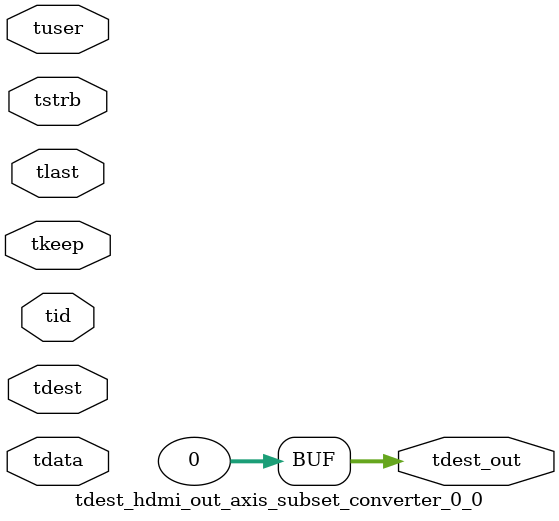
<source format=v>


`timescale 1ps/1ps

module tdest_hdmi_out_axis_subset_converter_0_0 #
(
parameter C_S_AXIS_TDATA_WIDTH = 32,
parameter C_S_AXIS_TUSER_WIDTH = 0,
parameter C_S_AXIS_TID_WIDTH   = 0,
parameter C_S_AXIS_TDEST_WIDTH = 0,
parameter C_M_AXIS_TDEST_WIDTH = 32
)
(
input  [(C_S_AXIS_TDATA_WIDTH == 0 ? 1 : C_S_AXIS_TDATA_WIDTH)-1:0     ] tdata,
input  [(C_S_AXIS_TUSER_WIDTH == 0 ? 1 : C_S_AXIS_TUSER_WIDTH)-1:0     ] tuser,
input  [(C_S_AXIS_TID_WIDTH   == 0 ? 1 : C_S_AXIS_TID_WIDTH)-1:0       ] tid,
input  [(C_S_AXIS_TDEST_WIDTH == 0 ? 1 : C_S_AXIS_TDEST_WIDTH)-1:0     ] tdest,
input  [(C_S_AXIS_TDATA_WIDTH/8)-1:0 ] tkeep,
input  [(C_S_AXIS_TDATA_WIDTH/8)-1:0 ] tstrb,
input                                                                    tlast,
output [C_M_AXIS_TDEST_WIDTH-1:0] tdest_out
);

assign tdest_out = {1'b0};

endmodule


</source>
